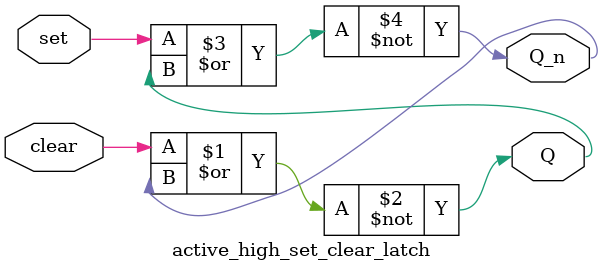
<source format=v>
module active_high_set_clear_latch(
input set, clear,
output Q, Q_n);
nor nor_1 (Q, clear, Q_n);
nor nor_2 (Q_n, set, Q);
endmodule
</source>
